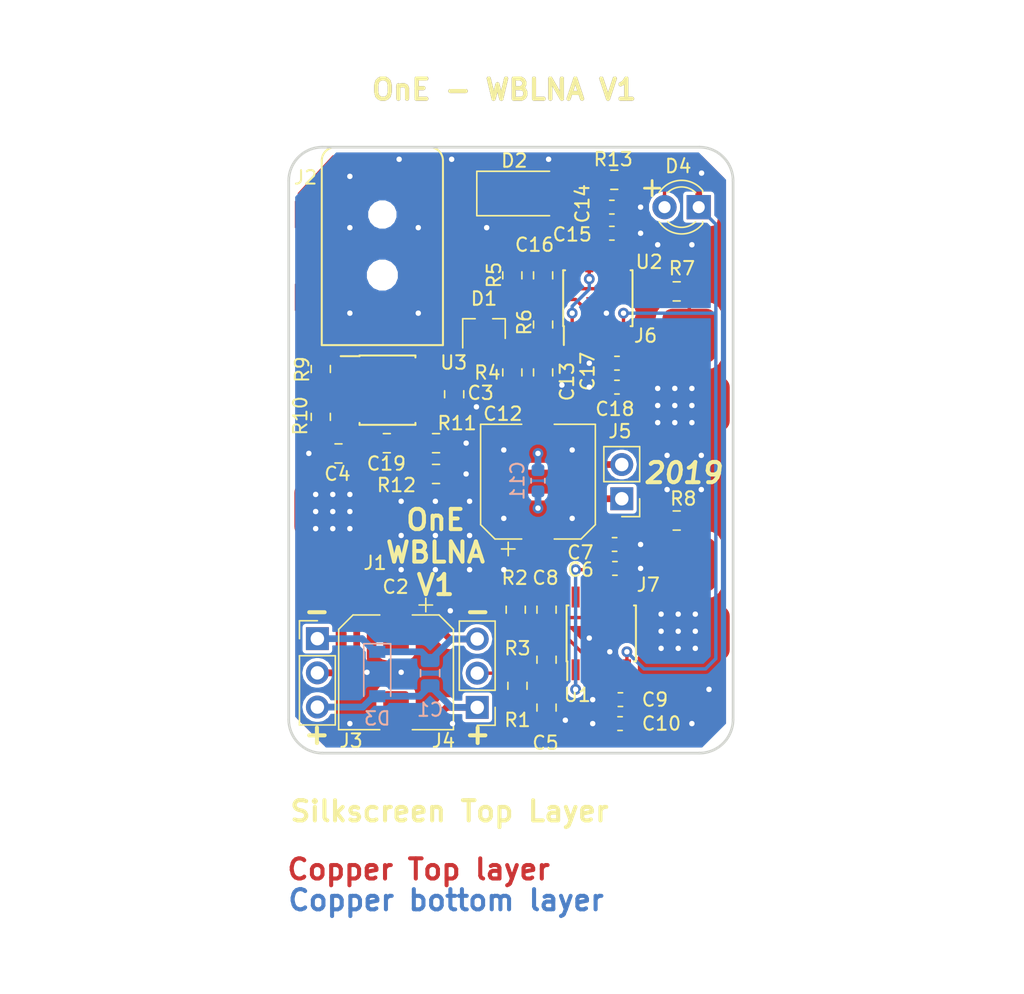
<source format=kicad_pcb>
(kicad_pcb (version 20171130) (host pcbnew 5.0.2-bee76a0~70~ubuntu16.04.1)
  (title_block (date 2019-09-05) (rev 1.00) (company "OnE Audio Projects") (comment 1 "Wide Bandwidth Low Noise Amplifier") (comment 2 "20Hz--20MHz 20dB/40dB gain outputs"))
  (layers (0 F.Cu signal) (31 B.Cu signal) (34 B.Paste user hide) (35 F.Paste user hide) (36 B.SilkS user hide) (37 F.SilkS user) (38 B.Mask user) (39 F.Mask user) (44 Edge.Cuts user))
  (net 0 "")
  (net 1 "Net-(C1-Pad1)")
  (net 2 "Net-(C1-Pad2)")
  (net 3 VCC)
  (net 4 GND)
  (net 5 VEE)
  (net 6 "Net-(C11-Pad1)")
  (net 7 "Net-(C11-Pad2)")
  (net 8 "Net-(C13-Pad1)")
  (net 9 "Net-(D1-Pad1)")
  (net 10 "Net-(D1-Pad3)")
  (net 11 "Net-(J7-Pad1)")
  (net 12 "Net-(J6-Pad1)")
  (net 13 "Net-(C16-Pad1)")
  (net 14 "Net-(C16-Pad2)")
  (net 15 "Net-(C5-Pad1)")
  (net 16 "Net-(C8-Pad2)")
  (net 17 "Net-(J4-Pad2)")
  (net 18 "Net-(J1-Pad1)")
  (net 19 "Net-(R10-Pad2)")
  (net 20 "Net-(C19-Pad1)")
  (net 21 "Net-(C19-Pad2)")
  (net 22 "Net-(U3-Pad1)")
  (net 23 "Net-(U3-Pad5)")
  (net 24 "Net-(D4-Pad2)")
  (module LED_THT:LED_D3.0mm_Clear (layer F.Cu) (at 168.699 77.204 180)
    (fp_text reference D4 (at 1.524 3.048 180) (layer F.SilkS))
    (fp_text value "Led 3mm green")
    (pad 1 thru_hole rect (at 0 0 180) (size 1.8 1.8) (drill 0.9) (layers *.Cu *.Mask) (net 5 VEE))
    (pad 2 thru_hole circle (at 2.54 0 180) (size 1.8 1.8) (drill 0.9) (layers *.Cu *.Mask) (net 24 "Net-(D4-Pad2)"))
  )
  (module Resistor_SMD:R_0805_2012Metric (layer F.Cu) (at 162.4275 75.172 180)
    (fp_text reference R13 (at 0.0785 1.524 180) (layer F.SilkS))
    (fp_text value 10k)
    (pad 1 smd roundrect (at -0.9375 0 180) (size 0.975 1.4) (layers F.Cu F.Paste F.Mask) (net 24 "Net-(D4-Pad2)"))
    (pad 2 smd roundrect (at 0.9375 0 180) (size 0.975 1.4) (layers F.Cu F.Paste F.Mask) (net 3 VCC))
  )
  (module WBLNA:BNC_edge_solderSMD (layer F.Cu) (at 168 103.75 180)
    (fp_text reference J7 (at 3.05 -1.5 180) (layer F.SilkS))
    (fp_text value BNC)
    (pad 2 smd roundrect (at 0 -5.08 270) (size 4 6) (layers F.Cu F.Paste F.Mask) (roundrect_rratio 0.185) (net 4 GND))
    (pad 1 smd roundrect (at 0 0 270) (size 4 4) (layers F.Cu F.Paste F.Mask) (roundrect_rratio 0.185) (net 11 "Net-(J7-Pad1)"))
  )
  (module WBLNA:BNC_edge_solderSMD (layer F.Cu) (at 168 86.75 180)
    (fp_text reference J6 (at 3.25 0 180) (layer F.SilkS))
    (fp_text value BNC)
    (pad 2 smd roundrect (at 0 -5.08 270) (size 4 6) (layers F.Cu F.Paste F.Mask) (roundrect_rratio 0.185) (net 4 GND))
    (pad 1 smd roundrect (at 0 0 270) (size 4 4) (layers F.Cu F.Paste F.Mask) (roundrect_rratio 0.185) (net 12 "Net-(J6-Pad1)"))
  )
  (module WBLNA:BNC_edge_solderSMD (layer F.Cu) (at 141.67 104.75)
    (fp_text reference J1 (at 2.993 -1.127) (layer F.SilkS))
    (fp_text value BNC)
    (pad 2 smd roundrect (at 0 -5.08 90) (size 4 6) (layers F.Cu F.Paste F.Mask) (roundrect_rratio 0.185) (net 4 GND))
    (pad 1 smd roundrect (at 0 0 90) (size 4 4) (layers F.Cu F.Paste F.Mask) (roundrect_rratio 0.185) (net 18 "Net-(J1-Pad1)"))
  )
  (module WBLNA:1590LLB (layer F.Cu) (at 154.65 94.85)
    (fp_text reference BOX1 hide)
    (fp_text value Case_1590LLB_Hammond)
  )
  (module Capacitor_SMD:C_0805_2012Metric (layer F.Cu) (at 145.5365 94.733 180)
    (fp_text reference C19 (at 0.0365 -1.517 180) (layer F.SilkS))
    (fp_text value "1nF/50V COG 2%")
    (pad 1 smd roundrect (at -0.9375 0 180) (size 0.975 1.4) (layers F.Cu F.Paste F.Mask) (net 20 "Net-(C19-Pad1)"))
    (pad 2 smd roundrect (at 0.9375 0 180) (size 0.975 1.4) (layers F.Cu F.Paste F.Mask) (net 21 "Net-(C19-Pad2)"))
  )
  (module Diode_SMD:D_SMA (layer F.Cu) (at 155.618 76.191)
    (fp_text reference D2 (at -0.618 -2.441 180) (layer F.SilkS))
    (fp_text value P4SMA12A)
    (pad 1 smd rect (at -2 0) (size 2.5 1.8) (layers F.Cu F.Paste F.Mask) (net 10 "Net-(D1-Pad3)"))
    (pad 2 smd rect (at 2 0) (size 2.5 1.8) (layers F.Cu F.Paste F.Mask) (net 5 VEE))
  )
  (module Package_SO:SOIC-8_3.9x4.9mm_P1.27mm (layer F.Cu) (at 145.585 90.796)
    (fp_text reference U3 (at 4.915 -2.046) (layer F.SilkS))
    (fp_text value AD8510ARZ)
    (pad 1 smd rect (at -2.7 -1.905) (size 1.55 0.6) (layers F.Cu F.Paste F.Mask) (net 22 "Net-(U3-Pad1)"))
    (pad 2 smd rect (at -2.7 -0.635) (size 1.55 0.6) (layers F.Cu F.Paste F.Mask) (net 21 "Net-(C19-Pad2)"))
    (pad 3 smd rect (at -2.7 0.635) (size 1.55 0.6) (layers F.Cu F.Paste F.Mask) (net 19 "Net-(R10-Pad2)"))
    (pad 4 smd rect (at -2.7 1.905) (size 1.55 0.6) (layers F.Cu F.Paste F.Mask) (net 5 VEE))
    (pad 5 smd rect (at 2.7 1.905) (size 1.55 0.6) (layers F.Cu F.Paste F.Mask) (net 23 "Net-(U3-Pad5)"))
    (pad 6 smd rect (at 2.7 0.635) (size 1.55 0.6) (layers F.Cu F.Paste F.Mask) (net 20 "Net-(C19-Pad1)"))
    (pad 7 smd rect (at 2.7 -0.635) (size 1.55 0.6) (layers F.Cu F.Paste F.Mask) (net 3 VCC))
    (pad 8 smd rect (at 2.7 -1.905) (size 1.55 0.6) (layers F.Cu F.Paste F.Mask))
  )
  (module Resistor_SMD:R_0805_2012Metric (layer F.Cu) (at 140.632 89.2235 90)
    (fp_text reference R9 (at -0.0425 -1.382 270) (layer F.SilkS))
    (fp_text value 10k)
    (pad 2 smd roundrect (at 0.9375 0 90) (size 0.975 1.4) (layers F.Cu F.Paste F.Mask) (net 3 VCC))
    (pad 1 smd roundrect (at -0.9375 0 90) (size 0.975 1.4) (layers F.Cu F.Paste F.Mask) (net 19 "Net-(R10-Pad2)"))
  )
  (module Resistor_SMD:R_0805_2012Metric (layer F.Cu) (at 149.1895 97.019 180)
    (fp_text reference R12 (at 2.9395 -0.831) (layer F.SilkS))
    (fp_text value 4.99k)
    (pad 1 smd roundrect (at -0.9375 0 180) (size 0.975 1.4) (layers F.Cu F.Paste F.Mask) (net 4 GND))
    (pad 2 smd roundrect (at 0.9375 0 180) (size 0.975 1.4) (layers F.Cu F.Paste F.Mask) (net 21 "Net-(C19-Pad2)"))
  )
  (module Resistor_SMD:R_0805_2012Metric (layer F.Cu) (at 149.1895 94.733 180)
    (fp_text reference R11 (at -1.5605 1.483 180) (layer F.SilkS))
    (fp_text value 10)
    (pad 2 smd roundrect (at 0.9375 0 180) (size 0.975 1.4) (layers F.Cu F.Paste F.Mask) (net 20 "Net-(C19-Pad1)"))
    (pad 1 smd roundrect (at -0.9375 0 180) (size 0.975 1.4) (layers F.Cu F.Paste F.Mask) (net 4 GND))
  )
  (module Resistor_SMD:R_0805_2012Metric (layer F.Cu) (at 140.632 92.7795 90)
    (fp_text reference R10 (at 0.0785 -1.524 90) (layer F.SilkS))
    (fp_text value 10k)
    (pad 1 smd roundrect (at -0.9375 0 90) (size 0.975 1.4) (layers F.Cu F.Paste F.Mask) (net 5 VEE))
    (pad 2 smd roundrect (at 0.9375 0 90) (size 0.975 1.4) (layers F.Cu F.Paste F.Mask) (net 19 "Net-(R10-Pad2)"))
  )
  (module WBLNA:BarrelJackSMD_Wurth_694108106102 (layer F.Cu) (at 145.204 77.75 180)
    (fp_text reference J2 (at 5.704 2.75) (layer F.SilkS))
    (fp_text value Jack-DC)
    (pad "" np_thru_hole circle (at 0 0 180) (size 1.6 1.6) (drill 1.6) (layers *.Cu *.Mask))
    (pad "" np_thru_hole circle (at 0 -4.5 180) (size 1.8 1.8) (drill 1.8) (layers *.Cu *.Mask))
    (pad 2 smd rect (at 5.5 0 180) (size 2 2) (layers F.Cu F.Paste F.Mask) (net 5 VEE))
    (pad 3 smd rect (at 5.5 -6.15 180) (size 2 2) (layers F.Cu F.Paste F.Mask))
    (pad 1 smd rect (at -5.5 0 180) (size 2 2) (layers F.Cu F.Paste F.Mask) (net 10 "Net-(D1-Pad3)"))
    (pad 1 smd rect (at -5.5 -6.15 180) (size 2 2) (layers F.Cu F.Paste F.Mask) (net 10 "Net-(D1-Pad3)"))
  )
  (module Capacitor_SMD:CP_Elec_8x6.9 (layer F.Cu) (at 146.22 111.751 270)
    (fp_text reference C2 (at -6.35 0.033 180) (layer F.SilkS))
    (fp_text value "220uF/20V OSCON")
    (pad 2 smd roundrect (at 3.475 0 270) (size 4.15 1.9) (layers F.Cu F.Paste F.Mask) (roundrect_rratio 0.131579) (net 2 "Net-(C1-Pad2)"))
    (pad 1 smd roundrect (at -3.475 0 270) (size 4.15 1.9) (layers F.Cu F.Paste F.Mask) (roundrect_rratio 0.131579) (net 1 "Net-(C1-Pad1)"))
  )
  (module Capacitor_SMD:CP_Elec_8x6.9 (layer F.Cu) (at 156.761 97.59 90)
    (fp_text reference C12 (at 5.04 -2.611 180) (layer F.SilkS))
    (fp_text value "220uF/20V OSCON")
    (pad 2 smd roundrect (at 3.475 0 90) (size 4.15 1.9) (layers F.Cu F.Paste F.Mask) (roundrect_rratio 0.131579) (net 6 "Net-(C11-Pad1)"))
    (pad 1 smd roundrect (at -3.475 0 90) (size 4.15 1.9) (layers F.Cu F.Paste F.Mask) (roundrect_rratio 0.131579) (net 7 "Net-(C11-Pad2)"))
  )
  (module Capacitor_SMD:C_0603_1608Metric (layer F.Cu) (at 162.857 115.558)
    (fp_text reference C10 (at 3.0735 0) (layer F.SilkS))
    (fp_text value "10nF/25V X7R")
    (pad 2 smd roundrect (at 0.7875 0) (size 0.875 0.95) (layers F.Cu F.Paste F.Mask) (net 5 VEE))
    (pad 1 smd roundrect (at -0.7875 0) (size 0.875 0.95) (layers F.Cu F.Paste F.Mask) (net 4 GND))
  )
  (module Capacitor_SMD:C_0603_1608Metric (layer F.Cu) (at 162.2475 79.142 180)
    (fp_text reference C15 (at 2.9465 -0.094 180) (layer F.SilkS))
    (fp_text value "100nF/25V X7R")
    (pad 2 smd roundrect (at 0.7875 0 180) (size 0.875 0.95) (layers F.Cu F.Paste F.Mask) (net 3 VCC))
    (pad 1 smd roundrect (at -0.7875 0 180) (size 0.875 0.95) (layers F.Cu F.Paste F.Mask) (net 4 GND))
  )
  (module Capacitor_SMD:C_0603_1608Metric (layer F.Cu) (at 162.6285 88.794)
    (fp_text reference C17 (at -2.1845 0.605 90) (layer F.SilkS))
    (fp_text value "100nF/25V X7R")
    (pad 2 smd roundrect (at 0.7875 0) (size 0.875 0.95) (layers F.Cu F.Paste F.Mask) (net 5 VEE))
    (pad 1 smd roundrect (at -0.7875 0) (size 0.875 0.95) (layers F.Cu F.Paste F.Mask) (net 4 GND))
  )
  (module Capacitor_SMD:C_0603_1608Metric (layer F.Cu) (at 162.476 104.034 180)
    (fp_text reference C6 (at 2.54 -0.094 180) (layer F.SilkS))
    (fp_text value "10nF/25V X7R")
    (pad 2 smd roundrect (at 0.7875 0 180) (size 0.875 0.95) (layers F.Cu F.Paste F.Mask) (net 3 VCC))
    (pad 1 smd roundrect (at -0.7875 0 180) (size 0.875 0.95) (layers F.Cu F.Paste F.Mask) (net 4 GND))
  )
  (module Capacitor_SMD:C_0603_1608Metric (layer F.Cu) (at 162.4505 102.256 180)
    (fp_text reference C7 (at 2.54 -0.602 180) (layer F.SilkS))
    (fp_text value "100nF/25V X7R")
    (pad 2 smd roundrect (at 0.7875 0 180) (size 0.875 0.95) (layers F.Cu F.Paste F.Mask) (net 3 VCC))
    (pad 1 smd roundrect (at -0.7875 0 180) (size 0.875 0.95) (layers F.Cu F.Paste F.Mask) (net 4 GND))
  )
  (module Capacitor_SMD:C_0603_1608Metric (layer F.Cu) (at 162.6285 90.572)
    (fp_text reference C18 (at -0.1525 1.621) (layer F.SilkS))
    (fp_text value "10nF/25V X7R")
    (pad 2 smd roundrect (at 0.7875 0) (size 0.875 0.95) (layers F.Cu F.Paste F.Mask) (net 5 VEE))
    (pad 1 smd roundrect (at -0.7875 0) (size 0.875 0.95) (layers F.Cu F.Paste F.Mask) (net 4 GND))
  )
  (module Capacitor_SMD:C_0603_1608Metric (layer F.Cu) (at 162.8825 113.78)
    (fp_text reference C9 (at 2.5655 0) (layer F.SilkS))
    (fp_text value "100nF/25V X7R")
    (pad 2 smd roundrect (at 0.7875 0) (size 0.875 0.95) (layers F.Cu F.Paste F.Mask) (net 5 VEE))
    (pad 1 smd roundrect (at -0.7875 0) (size 0.875 0.95) (layers F.Cu F.Paste F.Mask) (net 4 GND))
  )
  (module Capacitor_SMD:C_0603_1608Metric (layer B.Cu) (at 156.761 97.524 270)
    (fp_text reference C11 (at 0 1.524 90) (layer B.SilkS) (effects (justify mirror)))
    (fp_text value "100nF/25V X7R")
    (pad 2 smd roundrect (at 0.7875 0 270) (size 0.875 0.95) (layers B.Cu B.Paste B.Mask) (net 7 "Net-(C11-Pad2)"))
    (pad 1 smd roundrect (at -0.7875 0 270) (size 0.875 0.95) (layers B.Cu B.Paste B.Mask) (net 6 "Net-(C11-Pad1)"))
  )
  (module Capacitor_SMD:C_0603_1608Metric (layer F.Cu) (at 162.2475 77.204 180)
    (fp_text reference C14 (at 2.1845 0.254 270) (layer F.SilkS))
    (fp_text value "10nF/25V X7R")
    (pad 2 smd roundrect (at 0.7875 0 180) (size 0.875 0.95) (layers F.Cu F.Paste F.Mask) (net 3 VCC))
    (pad 1 smd roundrect (at -0.7875 0 180) (size 0.875 0.95) (layers F.Cu F.Paste F.Mask) (net 4 GND))
  )
  (module Capacitor_SMD:C_0805_2012Metric (layer F.Cu) (at 150.538 91.0985 270)
    (fp_text reference C3 (at -0.0985 -1.962 180) (layer F.SilkS))
    (fp_text value "22uF/10V X7R")
    (pad 2 smd roundrect (at 0.9375 0 270) (size 0.975 1.4) (layers F.Cu F.Paste F.Mask) (net 4 GND))
    (pad 1 smd roundrect (at -0.9375 0 270) (size 0.975 1.4) (layers F.Cu F.Paste F.Mask) (net 3 VCC))
  )
  (module Capacitor_SMD:C_0805_2012Metric (layer B.Cu) (at 148.75 111.8125 270)
    (fp_text reference C1 (at 2.7155 0 180) (layer B.SilkS) (effects (justify mirror)))
    (fp_text value "100nF/25V X7R")
    (pad 2 smd roundrect (at 0.9375 0 270) (size 0.975 1.4) (layers B.Cu B.Paste B.Mask) (net 2 "Net-(C1-Pad2)"))
    (pad 1 smd roundrect (at -0.9375 0 270) (size 0.975 1.4) (layers B.Cu B.Paste B.Mask) (net 1 "Net-(C1-Pad1)"))
  )
  (module Connector_PinHeader_2.54mm:PinHeader_1x02_P2.54mm_Vertical (layer F.Cu) (at 162.984 98.86 180)
    (fp_text reference J5 (at 0.134 5.01 180) (layer F.SilkS))
    (fp_text value Jumper_NC_Small)
    (pad 2 thru_hole oval (at 0 2.54 180) (size 1.7 1.7) (drill 1) (layers *.Cu *.Mask) (net 6 "Net-(C11-Pad1)"))
    (pad 1 thru_hole rect (at 0 0 180) (size 1.7 1.7) (drill 1) (layers *.Cu *.Mask) (net 7 "Net-(C11-Pad2)"))
  )
  (module Connector_PinHeader_2.54mm:PinHeader_1x03_P2.54mm_Vertical (layer F.Cu) (at 152.25 114.354 180)
    (fp_text reference J4 (at 2.507 -2.477) (layer F.SilkS))
    (fp_text value Jumper_NC_Dual)
    (pad 3 thru_hole oval (at 0 5.08 180) (size 1.7 1.7) (drill 1) (layers *.Cu *.Mask) (net 1 "Net-(C1-Pad1)"))
    (pad 2 thru_hole oval (at 0 2.54 180) (size 1.7 1.7) (drill 1) (layers *.Cu *.Mask) (net 17 "Net-(J4-Pad2)"))
    (pad 1 thru_hole rect (at 0 0 180) (size 1.7 1.7) (drill 1) (layers *.Cu *.Mask) (net 2 "Net-(C1-Pad2)"))
  )
  (module Connector_PinHeader_2.54mm:PinHeader_1x03_P2.54mm_Vertical (layer F.Cu) (at 140.378 109.25)
    (fp_text reference J3 (at 2.507 7.581 180) (layer F.SilkS))
    (fp_text value Jumper_NC_Dual)
    (pad 3 thru_hole oval (at 0 5.08) (size 1.7 1.7) (drill 1) (layers *.Cu *.Mask) (net 2 "Net-(C1-Pad2)"))
    (pad 2 thru_hole oval (at 0 2.54) (size 1.7 1.7) (drill 1) (layers *.Cu *.Mask) (net 18 "Net-(J1-Pad1)"))
    (pad 1 thru_hole rect (at 0 0) (size 1.7 1.7) (drill 1) (layers *.Cu *.Mask) (net 1 "Net-(C1-Pad1)"))
  )
  (module Diode_SMD:D_SOD-123 (layer B.Cu) (at 144.823 111.877 270)
    (fp_text reference D3 (at 3.302 0 180) (layer B.SilkS) (effects (justify mirror)))
    (fp_text value MBR0540)
    (pad 2 smd rect (at 1.65 0 270) (size 0.9 1.2) (layers B.Cu B.Paste B.Mask) (net 2 "Net-(C1-Pad2)"))
    (pad 1 smd rect (at -1.65 0 270) (size 0.9 1.2) (layers B.Cu B.Paste B.Mask) (net 1 "Net-(C1-Pad1)"))
  )
  (module Capacitor_SMD:C_0805_2012Metric (layer F.Cu) (at 141.9475 95.495)
    (fp_text reference C4 (at -0.0785 1.517) (layer F.SilkS))
    (fp_text value "22uF/10V X7R")
    (pad 2 smd roundrect (at 0.9375 0) (size 0.975 1.4) (layers F.Cu F.Paste F.Mask) (net 5 VEE))
    (pad 1 smd roundrect (at -0.9375 0) (size 0.975 1.4) (layers F.Cu F.Paste F.Mask) (net 4 GND))
  )
  (module Capacitor_SMD:C_0805_2012Metric (layer F.Cu) (at 157.396 114.3695 270)
    (fp_text reference C5 (at 2.6185 0.076) (layer F.SilkS))
    (fp_text value 270pF/COG)
    (pad 2 smd roundrect (at 0.9375 0 270) (size 0.975 1.4) (layers F.Cu F.Paste F.Mask) (net 4 GND))
    (pad 1 smd roundrect (at -0.9375 0 270) (size 0.975 1.4) (layers F.Cu F.Paste F.Mask) (net 15 "Net-(C5-Pad1)"))
  )
  (module Capacitor_SMD:C_0805_2012Metric (layer F.Cu) (at 157.396 107.0975 270)
    (fp_text reference C8 (at -2.3645 0.076) (layer F.SilkS))
    (fp_text value 10pF/COG)
    (pad 2 smd roundrect (at 0.9375 0 270) (size 0.975 1.4) (layers F.Cu F.Paste F.Mask) (net 16 "Net-(C8-Pad2)"))
    (pad 1 smd roundrect (at -0.9375 0 270) (size 0.975 1.4) (layers F.Cu F.Paste F.Mask) (net 7 "Net-(C11-Pad2)"))
  )
  (module Capacitor_SMD:C_0805_2012Metric (layer F.Cu) (at 157.142 89.4775 270)
    (fp_text reference C13 (at 0.6835 -1.778 90) (layer F.SilkS))
    (fp_text value 270pF/COG)
    (pad 2 smd roundrect (at 0.9375 0 270) (size 0.975 1.4) (layers F.Cu F.Paste F.Mask) (net 4 GND))
    (pad 1 smd roundrect (at -0.9375 0 270) (size 0.975 1.4) (layers F.Cu F.Paste F.Mask) (net 8 "Net-(C13-Pad1)"))
  )
  (module Capacitor_SMD:C_0805_2012Metric (layer F.Cu) (at 157.142 82.2685 270)
    (fp_text reference C16 (at -2.2705 0.635) (layer F.SilkS))
    (fp_text value 10pF/COG)
    (pad 2 smd roundrect (at 0.9375 0 270) (size 0.975 1.4) (layers F.Cu F.Paste F.Mask) (net 14 "Net-(C16-Pad2)"))
    (pad 1 smd roundrect (at -0.9375 0 270) (size 0.975 1.4) (layers F.Cu F.Paste F.Mask) (net 13 "Net-(C16-Pad1)"))
  )
  (module Package_TO_SOT_SMD:SOT-23 (layer F.Cu) (at 152.75 86.25 90)
    (fp_text reference D1 (at 2.25 0) (layer F.SilkS))
    (fp_text value BAT54S)
    (pad 3 smd rect (at 1 0 90) (size 0.9 0.8) (layers F.Cu F.Paste F.Mask) (net 10 "Net-(D1-Pad3)"))
    (pad 2 smd rect (at -1 0.95 90) (size 0.9 0.8) (layers F.Cu F.Paste F.Mask) (net 3 VCC))
    (pad 1 smd rect (at -1 -0.95 90) (size 0.9 0.8) (layers F.Cu F.Paste F.Mask) (net 9 "Net-(D1-Pad1)"))
  )
  (module Resistor_SMD:R_0805_2012Metric (layer F.Cu) (at 155.237 112.7515 90)
    (fp_text reference R1 (at -2.54 0 -180) (layer F.SilkS))
    (fp_text value 49.9)
    (pad 2 smd roundrect (at 0.9375 0 90) (size 0.975 1.4) (layers F.Cu F.Paste F.Mask) (net 17 "Net-(J4-Pad2)"))
    (pad 1 smd roundrect (at -0.9375 0 90) (size 0.975 1.4) (layers F.Cu F.Paste F.Mask) (net 15 "Net-(C5-Pad1)"))
  )
  (module Resistor_SMD:R_0805_2012Metric (layer F.Cu) (at 155.11 107.0975 270)
    (fp_text reference R2 (at -2.3645 0.076) (layer F.SilkS))
    (fp_text value 499)
    (pad 2 smd roundrect (at 0.9375 0 270) (size 0.975 1.4) (layers F.Cu F.Paste F.Mask) (net 15 "Net-(C5-Pad1)"))
    (pad 1 smd roundrect (at -0.9375 0 270) (size 0.975 1.4) (layers F.Cu F.Paste F.Mask) (net 7 "Net-(C11-Pad2)"))
  )
  (module Resistor_SMD:R_0805_2012Metric (layer F.Cu) (at 157.396 110.8135 270)
    (fp_text reference R3 (at -0.8435 2.159 180) (layer F.SilkS))
    (fp_text value 39.2)
    (pad 2 smd roundrect (at 0.9375 0 270) (size 0.975 1.4) (layers F.Cu F.Paste F.Mask) (net 15 "Net-(C5-Pad1)"))
    (pad 1 smd roundrect (at -0.9375 0 270) (size 0.975 1.4) (layers F.Cu F.Paste F.Mask) (net 16 "Net-(C8-Pad2)"))
  )
  (module Resistor_SMD:R_0805_2012Metric (layer F.Cu) (at 154.856 89.4775 270)
    (fp_text reference R4 (at 0.0225 1.856) (layer F.SilkS))
    (fp_text value 49.9)
    (pad 2 smd roundrect (at 0.9375 0 270) (size 0.975 1.4) (layers F.Cu F.Paste F.Mask) (net 6 "Net-(C11-Pad1)"))
    (pad 1 smd roundrect (at -0.9375 0 270) (size 0.975 1.4) (layers F.Cu F.Paste F.Mask) (net 8 "Net-(C13-Pad1)"))
  )
  (module Resistor_SMD:R_0805_2012Metric (layer F.Cu) (at 154.856 82.2685 270)
    (fp_text reference R5 (at -0.0185 1.356 90) (layer F.SilkS))
    (fp_text value 499)
    (pad 2 smd roundrect (at 0.9375 0 270) (size 0.975 1.4) (layers F.Cu F.Paste F.Mask) (net 8 "Net-(C13-Pad1)"))
    (pad 1 smd roundrect (at -0.9375 0 270) (size 0.975 1.4) (layers F.Cu F.Paste F.Mask) (net 13 "Net-(C16-Pad1)"))
  )
  (module Resistor_SMD:R_0805_2012Metric (layer F.Cu) (at 157.142 85.9215 270)
    (fp_text reference R6 (at -0.1715 1.392 90) (layer F.SilkS))
    (fp_text value 39.2)
    (pad 2 smd roundrect (at 0.9375 0 270) (size 0.975 1.4) (layers F.Cu F.Paste F.Mask) (net 8 "Net-(C13-Pad1)"))
    (pad 1 smd roundrect (at -0.9375 0 270) (size 0.975 1.4) (layers F.Cu F.Paste F.Mask) (net 14 "Net-(C16-Pad2)"))
  )
  (module Resistor_SMD:R_0805_2012Metric (layer F.Cu) (at 167.0625 83.46 180)
    (fp_text reference R7 (at -0.3875 1.71 180) (layer F.SilkS))
    (fp_text value 49.9)
    (pad 2 smd roundrect (at 0.9375 0 180) (size 0.975 1.4) (layers F.Cu F.Paste F.Mask) (net 13 "Net-(C16-Pad1)"))
    (pad 1 smd roundrect (at -0.9375 0 180) (size 0.975 1.4) (layers F.Cu F.Paste F.Mask) (net 12 "Net-(J6-Pad1)"))
  )
  (module Resistor_SMD:R_0805_2012Metric (layer F.Cu) (at 167.0625 100.478 180)
    (fp_text reference R8 (at -0.4875 1.628 180) (layer F.SilkS))
    (fp_text value 49.9)
    (pad 2 smd roundrect (at 0.9375 0 180) (size 0.975 1.4) (layers F.Cu F.Paste F.Mask) (net 7 "Net-(C11-Pad2)"))
    (pad 1 smd roundrect (at -0.9375 0 180) (size 0.975 1.4) (layers F.Cu F.Paste F.Mask) (net 11 "Net-(J7-Pad1)"))
  )
  (module Package_SO:SOIC-8_3.9x4.9mm_P1.27mm (layer F.Cu) (at 161.46 108.86 90)
    (fp_text reference U1 (at -4.572 -1.778 180) (layer F.SilkS))
    (fp_text value LT6200CS8-10#PBF)
    (pad 8 smd rect (at 2.7 -1.905 90) (size 1.55 0.6) (layers F.Cu F.Paste F.Mask))
    (pad 7 smd rect (at 2.7 -0.635 90) (size 1.55 0.6) (layers F.Cu F.Paste F.Mask) (net 3 VCC))
    (pad 6 smd rect (at 2.7 0.635 90) (size 1.55 0.6) (layers F.Cu F.Paste F.Mask) (net 7 "Net-(C11-Pad2)"))
    (pad 5 smd rect (at 2.7 1.905 90) (size 1.55 0.6) (layers F.Cu F.Paste F.Mask))
    (pad 4 smd rect (at -2.7 1.905 90) (size 1.55 0.6) (layers F.Cu F.Paste F.Mask) (net 5 VEE))
    (pad 3 smd rect (at -2.7 0.635 90) (size 1.55 0.6) (layers F.Cu F.Paste F.Mask) (net 4 GND))
    (pad 2 smd rect (at -2.7 -0.635 90) (size 1.55 0.6) (layers F.Cu F.Paste F.Mask) (net 16 "Net-(C8-Pad2)"))
    (pad 1 smd rect (at -2.7 -1.905 90) (size 1.55 0.6) (layers F.Cu F.Paste F.Mask) (net 3 VCC))
  )
  (module Package_SO:SOIC-8_3.9x4.9mm_P1.27mm (layer F.Cu) (at 161.206 83.968 90)
    (fp_text reference U2 (at 2.697 3.81 180) (layer F.SilkS))
    (fp_text value LT6200CS8-10#PBF)
    (pad 8 smd rect (at 2.7 -1.905 90) (size 1.55 0.6) (layers F.Cu F.Paste F.Mask))
    (pad 7 smd rect (at 2.7 -0.635 90) (size 1.55 0.6) (layers F.Cu F.Paste F.Mask) (net 3 VCC))
    (pad 6 smd rect (at 2.7 0.635 90) (size 1.55 0.6) (layers F.Cu F.Paste F.Mask) (net 13 "Net-(C16-Pad1)"))
    (pad 5 smd rect (at 2.7 1.905 90) (size 1.55 0.6) (layers F.Cu F.Paste F.Mask))
    (pad 4 smd rect (at -2.7 1.905 90) (size 1.55 0.6) (layers F.Cu F.Paste F.Mask) (net 5 VEE))
    (pad 3 smd rect (at -2.7 0.635 90) (size 1.55 0.6) (layers F.Cu F.Paste F.Mask) (net 4 GND))
    (pad 2 smd rect (at -2.7 -0.635 90) (size 1.55 0.6) (layers F.Cu F.Paste F.Mask) (net 14 "Net-(C16-Pad2)"))
    (pad 1 smd rect (at -2.7 -1.905 90) (size 1.55 0.6) (layers F.Cu F.Paste F.Mask) (net 3 VCC))
  )
  (gr_text + (at 165.237 75.683) (layer F.SilkS) (effects (font (size 1.5 1.5) (thickness 0.2))))
  (gr_text - (at 140.345 107.179) (layer F.SilkS) (effects (font (size 1.5 1.5) (thickness 0.3))))
  (gr_text - (at 152.283 107.179) (layer F.SilkS) (effects (font (size 1.5 1.5) (thickness 0.3))))
  (gr_text + (at 152.283 116.323) (layer F.SilkS) (effects (font (size 1.5 1.5) (thickness 0.3))))
  (gr_text + (at 140.345 116.323) (layer F.SilkS) (effects (font (size 1.5 1.5) (thickness 0.3))))
  (gr_text "Copper Top layer" (at 147.902 126.386) (layer F.Cu) (effects (font (size 1.5 1.5) (thickness 0.3))))
  (gr_text "Copper bottom layer\n" (at 149.934 128.672) (layer B.Cu) (effects (font (size 1.5 1.5) (thickness 0.3))))
  (gr_text "Silkscreen Top Layer" (at 150.188 122.068) (layer F.SilkS) (effects (font (size 1.5 1.5) (thickness 0.3))))
  (gr_text "OnE - WBLNA V1" (at 154.252 68.474) (layer F.Cu) (effects (font (size 1.5 1.5) (thickness 0.3))))
  (gr_text "OnE - WBLNA V1" (at 154.25 68.474) (layer B.Cu) (effects (font (size 1.5 1.5) (thickness 0.3))))
  (gr_text "OnE - WBLNA V1" (at 154.25 68.474) (layer F.SilkS) (effects (font (size 1.5 1.5) (thickness 0.3))))
  (gr_text 2019 (at 167.55 96.95) (layer F.SilkS) (effects (font (size 1.5 1.5) (thickness 0.3) italic)))
  (gr_text "OnE\nWBLNA\nV1" (at 149.15 102.85) (layer F.SilkS) (effects (font (size 1.5 1.5) (thickness 0.3))))
  (gr_arc (start 140.75 115.25) (end 138.25 115.25) (angle -90) (layer Edge.Cuts) (width 0.2))
  (gr_arc (start 168.75 115.25) (end 168.75 117.75) (angle -90) (layer Edge.Cuts) (width 0.2))
  (gr_arc (start 168.75 75.25) (end 171.25 75.25) (angle -90) (layer Edge.Cuts) (width 0.2))
  (gr_arc (start 140.75 75.25) (end 140.75 72.75) (angle -90) (layer Edge.Cuts) (width 0.2))
  (gr_line (start 140.75 117.75) (end 143.25 117.75) (layer Edge.Cuts) (width 0.2))
  (gr_line (start 171.25 115.25) (end 171.25 75.25) (layer Edge.Cuts) (width 0.2))
  (gr_line (start 138.25 75.25) (end 138.25 115.25) (layer Edge.Cuts) (width 0.2))
  (gr_line (start 168.75 72.75) (end 140.75 72.75) (layer Edge.Cuts) (width 0.2))
  (gr_line (start 168.75 117.75) (end 143.25 117.75) (layer Edge.Cuts) (width 0.2))
  (segment (start 148.102 110.227) (end 148.75 110.875) (width 0.5) (layer B.Cu) (net 1))
  (segment (start 144.823 110.227) (end 148.102 110.227) (width 0.5) (layer B.Cu) (net 1))
  (segment (start 150.351 109.274) (end 148.75 110.875) (width 0.5) (layer B.Cu) (net 1))
  (segment (start 152.25 109.274) (end 150.351 109.274) (width 0.5) (layer B.Cu) (net 1))
  (segment (start 144.673 110.227) (end 144.823 110.227) (width 0.5) (layer B.Cu) (net 1))
  (segment (start 143.696 109.25) (end 144.673 110.227) (width 0.5) (layer B.Cu) (net 1))
  (segment (start 140.378 109.25) (end 143.696 109.25) (width 0.5) (layer B.Cu) (net 1))
  (segment (start 152.25 109.274) (end 150.223 109.274) (width 0.5) (layer F.Cu) (net 1))
  (segment (start 149.225 108.276) (end 146.22 108.276) (width 0.5) (layer F.Cu) (net 1))
  (segment (start 150.223 109.274) (end 149.225 108.276) (width 0.5) (layer F.Cu) (net 1))
  (segment (start 147.973 113.527) (end 148.75 112.75) (width 0.5) (layer B.Cu) (net 2))
  (segment (start 144.823 113.527) (end 147.973 113.527) (width 0.5) (layer B.Cu) (net 2))
  (segment (start 150.354 114.354) (end 148.75 112.75) (width 0.5) (layer B.Cu) (net 2))
  (segment (start 152.25 114.354) (end 150.354 114.354) (width 0.5) (layer B.Cu) (net 2))
  (segment (start 144.823 113.527) (end 144.568 113.527) (width 0.5) (layer B.Cu) (net 2))
  (segment (start 143.765 114.33) (end 140.378 114.33) (width 0.5) (layer B.Cu) (net 2))
  (segment (start 144.568 113.527) (end 143.765 114.33) (width 0.5) (layer B.Cu) (net 2))
  (segment (start 152.25 114.354) (end 149.969 114.354) (width 0.5) (layer F.Cu) (net 2))
  (segment (start 149.097 115.226) (end 146.22 115.226) (width 0.5) (layer F.Cu) (net 2))
  (segment (start 149.969 114.354) (end 149.097 115.226) (width 0.5) (layer F.Cu) (net 2))
  (segment (start 148.285 90.161) (end 150.538 90.161) (width 0.5) (layer F.Cu) (net 3))
  (segment (start 160.571 80.031) (end 161.46 79.142) (width 0.5) (layer F.Cu) (net 3))
  (segment (start 160.571 81.268) (end 160.571 80.031) (width 0.5) (layer F.Cu) (net 3))
  (segment (start 161.46 77.204) (end 161.46 79.142) (width 0.5) (layer F.Cu) (net 3))
  (segment (start 160.825 104.8975) (end 161.6885 104.034) (width 0.5) (layer F.Cu) (net 3))
  (segment (start 160.825 106.16) (end 160.825 104.8975) (width 0.5) (layer F.Cu) (net 3))
  (segment (start 161.6885 102.2815) (end 161.663 102.256) (width 0.5) (layer F.Cu) (net 3))
  (segment (start 161.6885 104.034) (end 161.6885 102.2815) (width 0.5) (layer F.Cu) (net 3))
  (via (at 160.571 82.538) (size 0.8) (drill 0.4) (layers F.Cu B.Cu) (net 3))
  (segment (start 160.571 82.538) (end 160.571 81.268) (width 0.25) (layer F.Cu) (net 3))
  (via (at 159.301 85.078) (size 0.8) (drill 0.4) (layers F.Cu B.Cu) (net 3))
  (segment (start 159.301 84.57) (end 160.571 83.3) (width 0.25) (layer B.Cu) (net 3))
  (segment (start 159.301 86.668) (end 159.301 85.078) (width 0.25) (layer F.Cu) (net 3))
  (segment (start 160.571 83.3) (end 160.571 82.538) (width 0.25) (layer B.Cu) (net 3))
  (segment (start 159.301 84.57) (end 159.301 85.078) (width 0.25) (layer B.Cu) (net 3))
  (via (at 159.555 113.018) (size 0.8) (drill 0.4) (layers F.Cu B.Cu) (net 3))
  (segment (start 159.555 111.56) (end 159.555 113.018) (width 0.25) (layer F.Cu) (net 3))
  (segment (start 159.555 113.018) (end 159.555 112.452315) (width 0.25) (layer B.Cu) (net 3))
  (segment (start 159.555 112.452315) (end 159.555 104.128) (width 0.25) (layer B.Cu) (net 3))
  (via (at 159.555 104.128) (size 0.8) (drill 0.4) (layers F.Cu B.Cu) (net 3))
  (segment (start 161.5945 104.128) (end 161.6885 104.034) (width 0.25) (layer F.Cu) (net 3))
  (segment (start 159.555 104.128) (end 161.5945 104.128) (width 0.25) (layer F.Cu) (net 3))
  (segment (start 159.301 90.92) (end 159.301 86.668) (width 0.25) (layer F.Cu) (net 3))
  (segment (start 161.079 92.698) (end 159.301 90.92) (width 0.25) (layer F.Cu) (net 3))
  (segment (start 162.839 101.08) (end 163.873 101.08) (width 0.25) (layer F.Cu) (net 3))
  (segment (start 161.663 102.256) (end 162.839 101.08) (width 0.25) (layer F.Cu) (net 3))
  (segment (start 163.873 101.08) (end 164.889 100.064) (width 0.25) (layer F.Cu) (net 3))
  (segment (start 164.889 100.064) (end 164.889 94.73) (width 0.25) (layer F.Cu) (net 3))
  (segment (start 164.889 94.73) (end 162.857 92.698) (width 0.25) (layer F.Cu) (net 3))
  (segment (start 162.857 92.698) (end 161.079 92.698) (width 0.25) (layer F.Cu) (net 3))
  (segment (start 161.46 75.202) (end 161.49 75.172) (width 0.25) (layer F.Cu) (net 3))
  (segment (start 161.46 77.204) (end 161.46 75.202) (width 0.25) (layer F.Cu) (net 3))
  (segment (start 150.538 90.161) (end 150.538 89.212) (width 0.5) (layer F.Cu) (net 3))
  (segment (start 150.538 89.212) (end 151.25 88.5) (width 0.5) (layer F.Cu) (net 3))
  (segment (start 153.7 87.3) (end 153.7 87.25) (width 0.5) (layer F.Cu) (net 3))
  (segment (start 152.5 88.5) (end 153.7 87.3) (width 0.5) (layer F.Cu) (net 3))
  (segment (start 151.25 88.5) (end 152.5 88.5) (width 0.5) (layer F.Cu) (net 3))
  (segment (start 153.7 87.25) (end 153.7 84.45) (width 0.5) (layer F.Cu) (net 3))
  (segment (start 153.7 84.45) (end 153 83.75) (width 0.5) (layer F.Cu) (net 3))
  (segment (start 160.9225 79.142) (end 161.46 79.142) (width 0.5) (layer F.Cu) (net 3))
  (segment (start 155.363874 79.142) (end 160.9225 79.142) (width 0.5) (layer F.Cu) (net 3))
  (segment (start 153 81.505874) (end 155.363874 79.142) (width 0.5) (layer F.Cu) (net 3))
  (segment (start 153 83.75) (end 153 81.505874) (width 0.5) (layer F.Cu) (net 3))
  (segment (start 148.285 90.161) (end 146.604 90.161) (width 0.25) (layer F.Cu) (net 3))
  (segment (start 146.604 90.161) (end 146.441 90.161) (width 0.25) (layer F.Cu) (net 3))
  (segment (start 140.632 88.286) (end 141.551 87.367) (width 0.25) (layer F.Cu) (net 3))
  (segment (start 141.551 87.367) (end 143.647 87.367) (width 0.25) (layer F.Cu) (net 3))
  (segment (start 143.647 87.367) (end 146.441 90.161) (width 0.25) (layer F.Cu) (net 3))
  (segment (start 162.0695 113.8055) (end 162.095 113.78) (width 0.5) (layer F.Cu) (net 4))
  (segment (start 162.0695 115.558) (end 162.0695 113.8055) (width 0.5) (layer F.Cu) (net 4))
  (segment (start 162.095 111.56) (end 162.095 113.78) (width 0.5) (layer F.Cu) (net 4))
  (segment (start 161.841 86.668) (end 161.841 88.794) (width 0.5) (layer F.Cu) (net 4))
  (segment (start 161.841 88.794) (end 161.841 90.572) (width 0.5) (layer F.Cu) (net 4))
  (segment (start 150.538 92.036) (end 152.189 92.036) (width 0.5) (layer F.Cu) (net 4))
  (via (at 152.189 92.036) (size 0.8) (drill 0.4) (layers F.Cu B.Cu) (net 4))
  (via (at 151.427 94.73) (size 0.8) (drill 0.4) (layers F.Cu B.Cu) (net 4))
  (segment (start 150.127 94.733) (end 151.424 94.733) (width 0.5) (layer F.Cu) (net 4))
  (segment (start 151.424 94.733) (end 151.427 94.73) (width 0.5) (layer F.Cu) (net 4))
  (segment (start 150.127 97.019) (end 151.424 97.019) (width 0.5) (layer F.Cu) (net 4))
  (via (at 151.424 97.019) (size 0.8) (drill 0.4) (layers F.Cu B.Cu) (net 4))
  (segment (start 140.4225 95.495) (end 140.4195 95.492) (width 0.5) (layer F.Cu) (net 4))
  (segment (start 141.01 95.495) (end 140.4225 95.495) (width 0.5) (layer F.Cu) (net 4))
  (via (at 139.743 95.492) (size 0.8) (drill 0.4) (layers F.Cu B.Cu) (net 4))
  (segment (start 140.4195 95.492) (end 139.743 95.492) (width 0.5) (layer F.Cu) (net 4))
  (via (at 161.841 85.078) (size 0.8) (drill 0.4) (layers F.Cu B.Cu) (net 4))
  (segment (start 161.841 86.668) (end 161.841 85.078) (width 0.5) (layer F.Cu) (net 4))
  (segment (start 161.841 88.794) (end 160.571 88.794) (width 0.5) (layer F.Cu) (net 4))
  (via (at 160.571 88.794) (size 0.8) (drill 0.4) (layers F.Cu B.Cu) (net 4))
  (segment (start 161.841 90.572) (end 160.571 90.572) (width 0.5) (layer F.Cu) (net 4))
  (via (at 160.571 90.572) (size 0.8) (drill 0.4) (layers F.Cu B.Cu) (net 4))
  (segment (start 157.142 90.415) (end 158.536 90.415) (width 0.5) (layer F.Cu) (net 4))
  (via (at 158.536 90.415) (size 0.8) (drill 0.4) (layers F.Cu B.Cu) (net 4))
  (via (at 164.381 77.204) (size 0.8) (drill 0.4) (layers F.Cu B.Cu) (net 4))
  (segment (start 163.035 77.204) (end 164.381 77.204) (width 0.5) (layer F.Cu) (net 4))
  (segment (start 163.035 79.142) (end 164.381 79.142) (width 0.5) (layer F.Cu) (net 4))
  (via (at 164.381 79.142) (size 0.8) (drill 0.4) (layers F.Cu B.Cu) (net 4))
  (segment (start 163.238 102.256) (end 164.381 102.256) (width 0.5) (layer F.Cu) (net 4))
  (via (at 164.381 102.256) (size 0.8) (drill 0.4) (layers F.Cu B.Cu) (net 4))
  (segment (start 163.2635 104.034) (end 164.381 104.034) (width 0.5) (layer F.Cu) (net 4))
  (via (at 164.381 104.034) (size 0.8) (drill 0.4) (layers F.Cu B.Cu) (net 4))
  (segment (start 162.0695 115.558) (end 160.825 115.558) (width 0.5) (layer F.Cu) (net 4))
  (via (at 160.825 115.558) (size 0.8) (drill 0.4) (layers F.Cu B.Cu) (net 4))
  (segment (start 162.095 113.78) (end 160.825 113.78) (width 0.5) (layer F.Cu) (net 4))
  (via (at 160.825 113.78) (size 0.8) (drill 0.4) (layers F.Cu B.Cu) (net 4))
  (segment (start 162.095 111.56) (end 162.095 110.224) (width 0.5) (layer F.Cu) (net 4))
  (via (at 162.095 110.224) (size 0.8) (drill 0.4) (layers F.Cu B.Cu) (net 4))
  (segment (start 157.396 115.307) (end 158.793 115.307) (width 0.5) (layer F.Cu) (net 4))
  (via (at 158.793 115.307) (size 0.8) (drill 0.4) (layers F.Cu B.Cu) (net 4))
  (via (at 167.175 107.43) (size 0.8) (drill 0.4) (layers F.Cu B.Cu) (net 4))
  (via (at 165.905 107.43) (size 0.8) (drill 0.4) (layers F.Cu B.Cu) (net 4))
  (via (at 168.445 107.43) (size 0.8) (drill 0.4) (layers F.Cu B.Cu) (net 4))
  (via (at 168.445 108.7) (size 0.8) (drill 0.4) (layers F.Cu B.Cu) (net 4))
  (via (at 165.905 108.7) (size 0.8) (drill 0.4) (layers F.Cu B.Cu) (net 4))
  (via (at 167.175 108.7) (size 0.8) (drill 0.4) (layers F.Cu B.Cu) (net 4))
  (via (at 167.175 109.97) (size 0.8) (drill 0.4) (layers F.Cu B.Cu) (net 4))
  (via (at 165.905 109.97) (size 0.8) (drill 0.4) (layers F.Cu B.Cu) (net 4))
  (via (at 168.445 109.97) (size 0.8) (drill 0.4) (layers F.Cu B.Cu) (net 4))
  (via (at 166.921 91.936) (size 0.8) (drill 0.4) (layers F.Cu B.Cu) (net 4))
  (via (at 168.191 90.666) (size 0.8) (drill 0.4) (layers F.Cu B.Cu) (net 4))
  (via (at 165.651 90.666) (size 0.8) (drill 0.4) (layers F.Cu B.Cu) (net 4))
  (via (at 165.651 91.936) (size 0.8) (drill 0.4) (layers F.Cu B.Cu) (net 4))
  (via (at 166.921 90.666) (size 0.8) (drill 0.4) (layers F.Cu B.Cu) (net 4))
  (via (at 168.191 91.936) (size 0.8) (drill 0.4) (layers F.Cu B.Cu) (net 4))
  (via (at 165.651 93.206) (size 0.8) (drill 0.4) (layers F.Cu B.Cu) (net 4))
  (via (at 168.191 93.206) (size 0.8) (drill 0.4) (layers F.Cu B.Cu) (net 4))
  (via (at 166.921 93.206) (size 0.8) (drill 0.4) (layers F.Cu B.Cu) (net 4))
  (via (at 141.521 99.81) (size 0.8) (drill 0.4) (layers F.Cu B.Cu) (net 4))
  (via (at 142.791 98.54) (size 0.8) (drill 0.4) (layers F.Cu B.Cu) (net 4))
  (via (at 140.251 98.54) (size 0.8) (drill 0.4) (layers F.Cu B.Cu) (net 4))
  (via (at 140.251 99.81) (size 0.8) (drill 0.4) (layers F.Cu B.Cu) (net 4))
  (via (at 141.521 98.54) (size 0.8) (drill 0.4) (layers F.Cu B.Cu) (net 4))
  (via (at 142.791 99.81) (size 0.8) (drill 0.4) (layers F.Cu B.Cu) (net 4))
  (via (at 140.251 101.08) (size 0.8) (drill 0.4) (layers F.Cu B.Cu) (net 4))
  (via (at 142.791 101.08) (size 0.8) (drill 0.4) (layers F.Cu B.Cu) (net 4))
  (via (at 141.521 101.08) (size 0.8) (drill 0.4) (layers F.Cu B.Cu) (net 4))
  (via (at 146.601 101.588) (size 0.8) (drill 0.4) (layers F.Cu B.Cu) (net 4))
  (via (at 146.601 99.048) (size 0.8) (drill 0.4) (layers F.Cu B.Cu) (net 4))
  (via (at 154.221 95.238) (size 0.8) (drill 0.4) (layers F.Cu B.Cu) (net 4))
  (via (at 154.221 100.318) (size 0.8) (drill 0.4) (layers F.Cu B.Cu) (net 4))
  (via (at 159.301 95.238) (size 0.8) (drill 0.4) (layers F.Cu B.Cu) (net 4))
  (via (at 159.301 100.318) (size 0.8) (drill 0.4) (layers F.Cu B.Cu) (net 4))
  (via (at 166.351 95.638) (size 0.8) (drill 0.4) (layers F.Cu B.Cu) (net 4))
  (via (at 168.891 95.638) (size 0.8) (drill 0.4) (layers F.Cu B.Cu) (net 4))
  (via (at 168.891 98.178) (size 0.8) (drill 0.4) (layers F.Cu B.Cu) (net 4))
  (via (at 166.351 98.178) (size 0.8) (drill 0.4) (layers F.Cu B.Cu) (net 4))
  (via (at 169.461 113.018) (size 0.8) (drill 0.4) (layers F.Cu B.Cu) (net 4))
  (via (at 168.191 115.558) (size 0.8) (drill 0.4) (layers F.Cu B.Cu) (net 4))
  (via (at 160.571 109.208) (size 0.8) (drill 0.4) (layers F.Cu B.Cu) (net 4))
  (via (at 146.601 111.748) (size 0.8) (drill 0.4) (layers F.Cu B.Cu) (net 4))
  (via (at 144.061 111.748) (size 0.8) (drill 0.4) (layers F.Cu B.Cu) (net 4))
  (via (at 142.791 115.558) (size 0.8) (drill 0.4) (layers F.Cu B.Cu) (net 4))
  (via (at 150.411 115.558) (size 0.8) (drill 0.4) (layers F.Cu B.Cu) (net 4))
  (via (at 146.601 104.128) (size 0.8) (drill 0.4) (layers F.Cu B.Cu) (net 4))
  (via (at 150.251 107.179) (size 0.8) (drill 0.4) (layers F.Cu B.Cu) (net 4))
  (via (at 151.681 99.048) (size 0.8) (drill 0.4) (layers F.Cu B.Cu) (net 4))
  (via (at 149.141 99.048) (size 0.8) (drill 0.4) (layers F.Cu B.Cu) (net 4))
  (via (at 142.791 85.078) (size 0.8) (drill 0.4) (layers F.Cu B.Cu) (net 4))
  (via (at 147.871 85.078) (size 0.8) (drill 0.4) (layers F.Cu B.Cu) (net 4))
  (via (at 142.791 78.728) (size 0.8) (drill 0.4) (layers F.Cu B.Cu) (net 4))
  (via (at 147.871 78.728) (size 0.8) (drill 0.4) (layers F.Cu B.Cu) (net 4))
  (via (at 142.791 74.918) (size 0.8) (drill 0.4) (layers F.Cu B.Cu) (net 4))
  (via (at 152.951 78.728) (size 0.8) (drill 0.4) (layers F.Cu B.Cu) (net 4))
  (via (at 168.191 79.998) (size 0.8) (drill 0.4) (layers F.Cu B.Cu) (net 4))
  (via (at 165.651 79.998) (size 0.8) (drill 0.4) (layers F.Cu B.Cu) (net 4))
  (via (at 151.681 104.128) (size 0.8) (drill 0.4) (layers F.Cu B.Cu) (net 4))
  (via (at 149.141 104.128) (size 0.8) (drill 0.4) (layers F.Cu B.Cu) (net 4))
  (via (at 149.141 101.588) (size 0.8) (drill 0.4) (layers F.Cu B.Cu) (net 4))
  (via (at 151.681 101.588) (size 0.8) (drill 0.4) (layers F.Cu B.Cu) (net 4))
  (via (at 154.221 104.128) (size 0.8) (drill 0.4) (layers F.Cu B.Cu) (net 4))
  (via (at 168.91 74.676) (size 0.8) (drill 0.4) (layers F.Cu B.Cu) (net 4))
  (via (at 150.35 73.65) (size 0.8) (drill 0.4) (layers F.Cu B.Cu) (net 4))
  (via (at 146.45 73.65) (size 0.8) (drill 0.4) (layers F.Cu B.Cu) (net 4))
  (via (at 157.55 73.65) (size 0.8) (drill 0.4) (layers F.Cu B.Cu) (net 4))
  (segment (start 142.885 94.733) (end 142.885 92.701) (width 0.25) (layer F.Cu) (net 5))
  (segment (start 163.67 113.78) (end 163.67 113.069) (width 0.25) (layer F.Cu) (net 5))
  (segment (start 163.365 112.835) (end 163.365 111.56) (width 0.25) (layer F.Cu) (net 5))
  (segment (start 163.599 113.069) (end 163.365 112.835) (width 0.25) (layer F.Cu) (net 5))
  (segment (start 163.67 113.069) (end 163.599 113.069) (width 0.25) (layer F.Cu) (net 5))
  (segment (start 163.67 115.5325) (end 163.6445 115.558) (width 0.25) (layer F.Cu) (net 5))
  (segment (start 163.67 113.78) (end 163.67 115.5325) (width 0.25) (layer F.Cu) (net 5))
  (segment (start 163.416 88.794) (end 163.416 90.572) (width 0.25) (layer F.Cu) (net 5))
  (segment (start 163.111 86.668) (end 163.111 87.618) (width 0.25) (layer F.Cu) (net 5))
  (segment (start 163.416 87.923) (end 163.416 88.794) (width 0.25) (layer F.Cu) (net 5))
  (segment (start 163.111 87.618) (end 163.416 87.923) (width 0.25) (layer F.Cu) (net 5))
  (via (at 163.365 110.224) (size 0.8) (drill 0.4) (layers F.Cu B.Cu) (net 5))
  (segment (start 163.365 111.56) (end 163.365 110.224) (width 0.25) (layer F.Cu) (net 5))
  (segment (start 157.621 76.188) (end 157.618 76.191) (width 0.25) (layer F.Cu) (net 5))
  (segment (start 163.365 110.224) (end 164.635 111.494) (width 0.25) (layer B.Cu) (net 5))
  (segment (start 164.635 111.494) (end 169.207 111.494) (width 0.25) (layer B.Cu) (net 5))
  (segment (start 169.207 111.494) (end 169.969 110.732) (width 0.25) (layer B.Cu) (net 5))
  (segment (start 163.111 86.668) (end 163.111 85.078) (width 0.25) (layer F.Cu) (net 5))
  (via (at 163.111 85.078) (size 0.8) (drill 0.4) (layers F.Cu B.Cu) (net 5))
  (segment (start 163.111 85.078) (end 169.969 85.078) (width 0.25) (layer B.Cu) (net 5))
  (segment (start 169.969 110.732) (end 169.969 85.078) (width 0.25) (layer B.Cu) (net 5))
  (segment (start 169.969 78.474) (end 168.699 77.204) (width 0.25) (layer B.Cu) (net 5))
  (segment (start 169.969 86.094) (end 169.969 78.474) (width 0.25) (layer B.Cu) (net 5))
  (segment (start 168.699 76.054) (end 168.699 77.204) (width 0.5) (layer F.Cu) (net 5))
  (segment (start 157.618 76.191) (end 157.743 76.191) (width 0.5) (layer F.Cu) (net 5))
  (segment (start 157.743 76.191) (end 160.02 73.914) (width 0.5) (layer F.Cu) (net 5))
  (segment (start 160.02 73.914) (end 166.559 73.914) (width 0.5) (layer F.Cu) (net 5))
  (segment (start 166.559 73.914) (end 168.699 76.054) (width 0.5) (layer F.Cu) (net 5))
  (segment (start 141.225 76.229) (end 139.704 77.75) (width 0.5) (layer F.Cu) (net 5))
  (segment (start 144.021 76.229) (end 141.225 76.229) (width 0.5) (layer F.Cu) (net 5))
  (segment (start 145.6 74.65) (end 144.021 76.229) (width 0.5) (layer F.Cu) (net 5))
  (segment (start 155.727 74.65) (end 145.6 74.65) (width 0.5) (layer F.Cu) (net 5))
  (segment (start 157.618 76.191) (end 157.268 76.191) (width 0.5) (layer F.Cu) (net 5))
  (segment (start 157.268 76.191) (end 155.727 74.65) (width 0.5) (layer F.Cu) (net 5))
  (segment (start 141.648 92.701) (end 142.885 92.701) (width 0.25) (layer F.Cu) (net 5))
  (segment (start 140.632 93.717) (end 141.648 92.701) (width 0.25) (layer F.Cu) (net 5))
  (segment (start 141.25 85) (end 141.25 79.25) (width 0.5) (layer F.Cu) (net 5))
  (segment (start 139.91751 86.33249) (end 141.25 85) (width 0.5) (layer F.Cu) (net 5))
  (segment (start 139.888384 86.33249) (end 139.91751 86.33249) (width 0.5) (layer F.Cu) (net 5))
  (segment (start 139.837 93.717) (end 139.25 93.13) (width 0.5) (layer F.Cu) (net 5))
  (segment (start 140.632 93.717) (end 139.837 93.717) (width 0.5) (layer F.Cu) (net 5))
  (segment (start 141.25 79.25) (end 139.75 77.75) (width 0.5) (layer F.Cu) (net 5))
  (segment (start 139.25 93.13) (end 139.25 87) (width 0.5) (layer F.Cu) (net 5))
  (segment (start 139.25 87) (end 139.48199 86.76801) (width 0.5) (layer F.Cu) (net 5))
  (segment (start 139.48199 86.76801) (end 139.48199 86.738884) (width 0.5) (layer F.Cu) (net 5))
  (segment (start 139.48199 86.738884) (end 139.888384 86.33249) (width 0.5) (layer F.Cu) (net 5))
  (segment (start 154.856 92.21) (end 156.761 94.115) (width 0.25) (layer F.Cu) (net 6))
  (segment (start 154.856 90.415) (end 154.856 92.21) (width 0.25) (layer F.Cu) (net 6))
  (segment (start 158.966 96.32) (end 162.984 96.32) (width 0.5) (layer F.Cu) (net 6))
  (segment (start 156.761 94.115) (end 158.966 96.32) (width 0.5) (layer F.Cu) (net 6))
  (segment (start 156.761 96.7365) (end 156.761 95.492) (width 0.5) (layer B.Cu) (net 6))
  (via (at 156.761 95.492) (size 0.8) (drill 0.4) (layers F.Cu B.Cu) (net 6))
  (segment (start 155.11 106.16) (end 157.396 106.16) (width 0.25) (layer F.Cu) (net 7))
  (segment (start 162.095 107.684) (end 162.095 106.16) (width 0.25) (layer F.Cu) (net 7))
  (segment (start 157.396 106.16) (end 158.92 107.684) (width 0.25) (layer F.Cu) (net 7))
  (segment (start 158.92 107.684) (end 162.095 107.684) (width 0.25) (layer F.Cu) (net 7))
  (segment (start 162.095 107.684) (end 163.619 107.684) (width 0.25) (layer F.Cu) (net 7))
  (segment (start 163.619 107.684) (end 165.143 106.16) (width 0.25) (layer F.Cu) (net 7))
  (segment (start 165.143 101.46) (end 166.125 100.478) (width 0.25) (layer F.Cu) (net 7))
  (segment (start 165.143 106.16) (end 165.143 101.46) (width 0.25) (layer F.Cu) (net 7))
  (segment (start 157.396 106.16) (end 157.396 105.017) (width 0.25) (layer F.Cu) (net 7))
  (segment (start 156.761 104.382) (end 156.761 101.065) (width 0.25) (layer F.Cu) (net 7))
  (segment (start 157.396 105.017) (end 156.761 104.382) (width 0.25) (layer F.Cu) (net 7))
  (segment (start 157.78171 100.04429) (end 157.79671 100.04429) (width 0.5) (layer F.Cu) (net 7))
  (segment (start 156.761 101.065) (end 157.78171 100.04429) (width 0.5) (layer F.Cu) (net 7))
  (segment (start 158.981 98.86) (end 162.984 98.86) (width 0.5) (layer F.Cu) (net 7))
  (segment (start 157.79671 100.04429) (end 158.981 98.86) (width 0.5) (layer F.Cu) (net 7))
  (via (at 156.761 99.556) (size 0.8) (drill 0.4) (layers F.Cu B.Cu) (net 7))
  (segment (start 156.761 98.3115) (end 156.761 99.556) (width 0.5) (layer B.Cu) (net 7))
  (segment (start 156.761 99.556) (end 156.761 101.065) (width 0.25) (layer F.Cu) (net 7))
  (segment (start 154.856 84.573) (end 154.856 84.316) (width 0.25) (layer F.Cu) (net 8))
  (segment (start 157.142 86.859) (end 154.856 84.573) (width 0.25) (layer F.Cu) (net 8))
  (segment (start 154.856 83.206) (end 154.856 84.316) (width 0.25) (layer F.Cu) (net 8))
  (segment (start 157.142 86.859) (end 157.142 88.54) (width 0.25) (layer F.Cu) (net 8))
  (segment (start 157.142 88.54) (end 154.856 88.54) (width 0.25) (layer F.Cu) (net 8))
  (segment (start 151.4 83.9) (end 152.75 85.25) (width 0.5) (layer F.Cu) (net 10))
  (segment (start 150.704 83.9) (end 151.4 83.9) (width 0.5) (layer F.Cu) (net 10))
  (segment (start 150.704 82.4) (end 150.704 77.75) (width 0.5) (layer F.Cu) (net 10))
  (segment (start 150.704 83.9) (end 150.704 82.4) (width 0.5) (layer F.Cu) (net 10))
  (segment (start 152.059 77.75) (end 153.618 76.191) (width 0.5) (layer F.Cu) (net 10))
  (segment (start 150.704 77.75) (end 152.059 77.75) (width 0.5) (layer F.Cu) (net 10))
  (segment (start 168 101.278) (end 168 103.75) (width 0.25) (layer F.Cu) (net 11))
  (segment (start 168 100.478) (end 168 101.278) (width 0.25) (layer F.Cu) (net 11))
  (segment (start 168 83.46) (end 168 86.75) (width 0.25) (layer F.Cu) (net 12))
  (segment (start 154.856 81.331) (end 157.142 81.331) (width 0.25) (layer F.Cu) (net 13))
  (segment (start 161.841 82.792) (end 161.841 81.268) (width 0.25) (layer F.Cu) (net 13))
  (segment (start 164.541 83.46) (end 166.125 83.46) (width 0.25) (layer F.Cu) (net 13))
  (segment (start 161.841 82.792) (end 163.873 82.792) (width 0.25) (layer F.Cu) (net 13))
  (segment (start 163.873 82.792) (end 164.541 83.46) (width 0.25) (layer F.Cu) (net 13))
  (segment (start 159.074001 83.263001) (end 161.369999 83.263001) (width 0.25) (layer F.Cu) (net 13))
  (segment (start 161.369999 83.263001) (end 161.841 82.792) (width 0.25) (layer F.Cu) (net 13))
  (segment (start 157.142 81.331) (end 159.074001 83.263001) (width 0.25) (layer F.Cu) (net 13))
  (segment (start 157.142 84.984) (end 157.142 84.062) (width 0.25) (layer F.Cu) (net 14))
  (segment (start 157.142 84.062) (end 157.142 83.206) (width 0.25) (layer F.Cu) (net 14))
  (segment (start 159.555 84.062) (end 157.142 84.062) (width 0.25) (layer F.Cu) (net 14))
  (segment (start 160.571 86.668) (end 160.571 85.078) (width 0.25) (layer F.Cu) (net 14))
  (segment (start 160.571 85.078) (end 159.555 84.062) (width 0.25) (layer F.Cu) (net 14))
  (segment (start 155.11 109.465) (end 157.396 111.751) (width 0.25) (layer F.Cu) (net 15))
  (segment (start 155.11 108.035) (end 155.11 109.465) (width 0.25) (layer F.Cu) (net 15))
  (segment (start 157.396 113.432) (end 157.396 111.751) (width 0.25) (layer F.Cu) (net 15))
  (segment (start 155.237 113.689) (end 156.344 113.689) (width 0.25) (layer F.Cu) (net 15))
  (segment (start 156.596 113.432) (end 157.396 113.432) (width 0.25) (layer F.Cu) (net 15))
  (segment (start 156.344 113.684) (end 156.596 113.432) (width 0.25) (layer F.Cu) (net 15))
  (segment (start 156.344 113.689) (end 156.344 113.684) (width 0.25) (layer F.Cu) (net 15))
  (segment (start 158.694 108.954) (end 157.396 108.954) (width 0.25) (layer F.Cu) (net 16))
  (segment (start 160.825 111.085) (end 158.694 108.954) (width 0.25) (layer F.Cu) (net 16))
  (segment (start 160.825 111.56) (end 160.825 111.085) (width 0.25) (layer F.Cu) (net 16))
  (segment (start 157.396 108.035) (end 157.396 108.954) (width 0.25) (layer F.Cu) (net 16))
  (segment (start 157.396 108.954) (end 157.396 109.876) (width 0.25) (layer F.Cu) (net 16))
  (segment (start 153.452081 111.814) (end 155.237 111.814) (width 0.25) (layer F.Cu) (net 17))
  (segment (start 152.25 111.814) (end 153.452081 111.814) (width 0.25) (layer F.Cu) (net 17))
  (segment (start 140.378 111.79) (end 142.241 111.79) (width 0.5) (layer F.Cu) (net 18))
  (segment (start 142.241 111.79) (end 143.299 110.732) (width 0.5) (layer F.Cu) (net 18))
  (segment (start 141.67 106.85) (end 141.67 104.75) (width 0.5) (layer F.Cu) (net 18))
  (segment (start 143.299 108.479) (end 141.67 106.85) (width 0.5) (layer F.Cu) (net 18))
  (segment (start 143.299 110.732) (end 143.299 108.479) (width 0.5) (layer F.Cu) (net 18))
  (segment (start 140.632 90.161) (end 140.632 91.842) (width 0.25) (layer F.Cu) (net 19))
  (segment (start 142.885 91.431) (end 141.869 91.431) (width 0.25) (layer F.Cu) (net 19))
  (segment (start 141.458 91.842) (end 140.632 91.842) (width 0.25) (layer F.Cu) (net 19))
  (segment (start 141.869 91.431) (end 141.458 91.842) (width 0.25) (layer F.Cu) (net 19))
  (segment (start 146.474 94.733) (end 148.252 94.733) (width 0.25) (layer F.Cu) (net 20))
  (segment (start 146.474 93.933) (end 146.474 94.733) (width 0.25) (layer F.Cu) (net 20))
  (segment (start 146.474 92.767) (end 146.474 93.933) (width 0.25) (layer F.Cu) (net 20))
  (segment (start 147.81 91.431) (end 146.474 92.767) (width 0.25) (layer F.Cu) (net 20))
  (segment (start 148.285 91.431) (end 147.81 91.431) (width 0.25) (layer F.Cu) (net 20))
  (segment (start 146.885 97.019) (end 148.252 97.019) (width 0.25) (layer F.Cu) (net 21))
  (segment (start 144.599 94.733) (end 146.885 97.019) (width 0.25) (layer F.Cu) (net 21))
  (segment (start 144.599 93.933) (end 144.599 94.733) (width 0.25) (layer F.Cu) (net 21))
  (segment (start 144.599 90.85) (end 144.599 93.933) (width 0.25) (layer F.Cu) (net 21))
  (segment (start 143.91 90.161) (end 144.599 90.85) (width 0.25) (layer F.Cu) (net 21))
  (segment (start 142.885 90.161) (end 143.91 90.161) (width 0.25) (layer F.Cu) (net 21))
  (segment (start 166.159 75.68) (end 166.159 77.204) (width 0.25) (layer F.Cu) (net 24))
  (segment (start 163.365 75.172) (end 165.651 75.172) (width 0.25) (layer F.Cu) (net 24))
  (segment (start 165.651 75.172) (end 166.159 75.68) (width 0.25) (layer F.Cu) (net 24))
  (zone (net 4) (net_name GND) (layer B.Cu) (connect_pads yes (clearance 0.25)) (min_thickness 0.1) (fill yes (arc_segments 16) (thermal_gap 0.25) (thermal_bridge_width 0.25))
    (polygon (pts (xy 138.727 76.442) (xy 141.775 73.14) (xy 168.699 73.14) (xy 170.731 75.172) (xy 170.731 115.558) (xy 168.953 117.336) (xy 141.013 117.336) (xy 138.727 115.05)))
  )
  (zone (net 4) (net_name GND) (layer F.Cu) (connect_pads yes (clearance 0.5)) (min_thickness 0.1) (fill yes (arc_segments 16) (thermal_gap 0.25) (thermal_bridge_width 0.25))
    (polygon (pts (xy 138.692034 76.407034) (xy 141.740034 73.105034) (xy 168.664034 73.105034) (xy 170.696034 75.137034) (xy 170.696034 115.523034) (xy 168.918034 117.301034) (xy 140.978034 117.301034) (xy 138.692034 115.015034)))
  )
)
</source>
